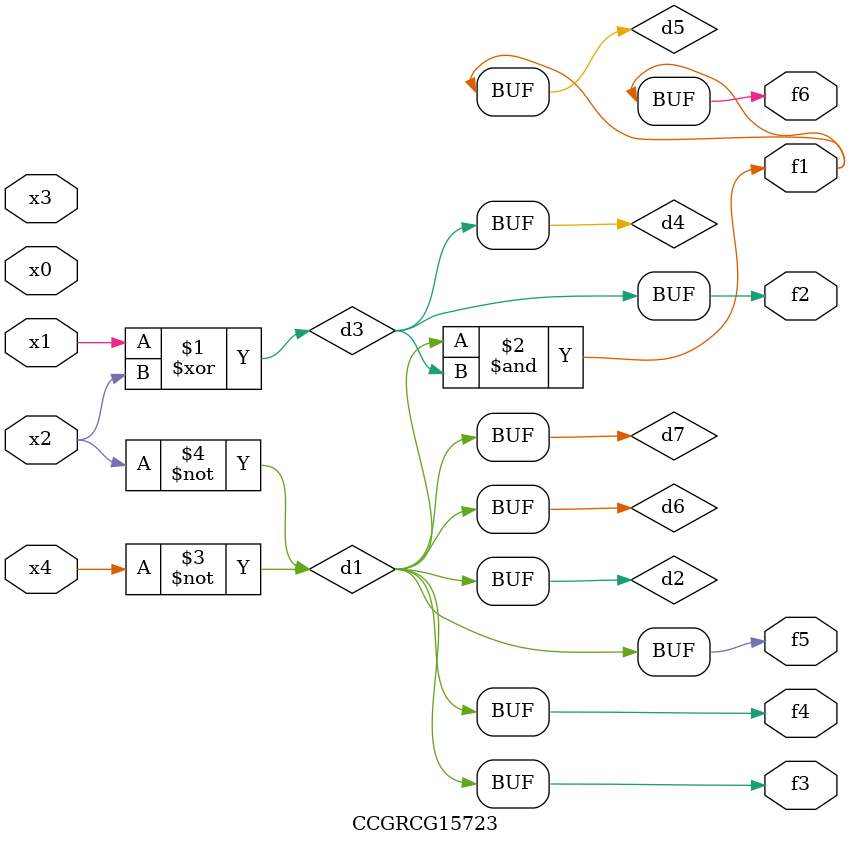
<source format=v>
module CCGRCG15723(
	input x0, x1, x2, x3, x4,
	output f1, f2, f3, f4, f5, f6
);

	wire d1, d2, d3, d4, d5, d6, d7;

	not (d1, x4);
	not (d2, x2);
	xor (d3, x1, x2);
	buf (d4, d3);
	and (d5, d1, d3);
	buf (d6, d1, d2);
	buf (d7, d2);
	assign f1 = d5;
	assign f2 = d4;
	assign f3 = d7;
	assign f4 = d7;
	assign f5 = d7;
	assign f6 = d5;
endmodule

</source>
